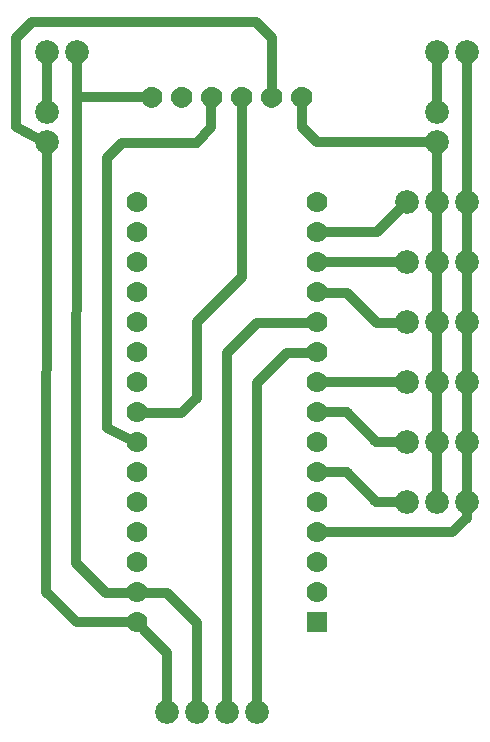
<source format=gbl>
G04 MADE WITH FRITZING*
G04 WWW.FRITZING.ORG*
G04 DOUBLE SIDED*
G04 HOLES PLATED*
G04 CONTOUR ON CENTER OF CONTOUR VECTOR*
%ASAXBY*%
%FSLAX23Y23*%
%MOIN*%
%OFA0B0*%
%SFA1.0B1.0*%
%ADD10C,0.079370*%
%ADD11C,0.070000*%
%ADD12R,0.069972X0.070000*%
%ADD13C,0.032000*%
%ADD14R,0.001000X0.001000*%
%LNCOPPER0*%
G90*
G70*
G54D10*
X613Y195D03*
X713Y195D03*
X813Y195D03*
X913Y195D03*
G54D11*
X1113Y495D03*
X1113Y595D03*
X1113Y695D03*
X1113Y795D03*
X1113Y895D03*
X1113Y995D03*
X1113Y1095D03*
X1113Y1195D03*
X1113Y1295D03*
X1113Y1395D03*
X1113Y1495D03*
X1113Y1595D03*
X1113Y1695D03*
X1113Y1795D03*
X1113Y1895D03*
X513Y495D03*
X513Y595D03*
X513Y695D03*
X513Y795D03*
X513Y895D03*
X513Y995D03*
X513Y1095D03*
X513Y1195D03*
X513Y1295D03*
X513Y1395D03*
X513Y1495D03*
X513Y1595D03*
X513Y1695D03*
X513Y1795D03*
X513Y1895D03*
G54D10*
X1513Y2395D03*
X1613Y2395D03*
X1513Y2095D03*
X1513Y2195D03*
X213Y2095D03*
X213Y2195D03*
X1413Y895D03*
X1513Y895D03*
X1613Y895D03*
X1413Y1095D03*
X1513Y1095D03*
X1613Y1095D03*
X1413Y1295D03*
X1513Y1295D03*
X1613Y1295D03*
X1413Y1495D03*
X1513Y1495D03*
X1613Y1495D03*
X1413Y1695D03*
X1513Y1695D03*
X1613Y1695D03*
X1413Y1895D03*
X1513Y1895D03*
X1613Y1895D03*
G54D11*
X563Y2245D03*
X663Y2245D03*
X763Y2245D03*
X863Y2245D03*
X963Y2245D03*
X1063Y2245D03*
G54D10*
X213Y2395D03*
X313Y2395D03*
G54D12*
X1113Y495D03*
G54D13*
X912Y2496D02*
X163Y2496D01*
D02*
X163Y2496D02*
X112Y2444D01*
D02*
X112Y2444D02*
X112Y2145D01*
D02*
X112Y2145D02*
X180Y2111D01*
D02*
X963Y2444D02*
X912Y2496D01*
D02*
X963Y2276D02*
X963Y2444D01*
D02*
X1513Y2231D02*
X1513Y2358D01*
D02*
X1513Y1931D02*
X1513Y2058D01*
D02*
X1613Y1931D02*
X1613Y2358D01*
D02*
X1613Y844D02*
X1564Y796D01*
D02*
X1564Y796D02*
X1147Y795D01*
D02*
X1613Y858D02*
X1613Y844D01*
D02*
X613Y394D02*
X537Y470D01*
D02*
X613Y231D02*
X613Y394D01*
D02*
X613Y594D02*
X713Y494D01*
D02*
X713Y494D02*
X713Y231D01*
D02*
X547Y594D02*
X613Y594D01*
D02*
X813Y1394D02*
X914Y1494D01*
D02*
X914Y1494D02*
X1078Y1494D01*
D02*
X813Y231D02*
X813Y1394D01*
D02*
X914Y1294D02*
X1014Y1394D01*
D02*
X1014Y1394D02*
X1078Y1394D01*
D02*
X913Y231D02*
X914Y1294D01*
D02*
X1213Y995D02*
X1147Y995D01*
D02*
X1312Y895D02*
X1213Y995D01*
D02*
X1376Y895D02*
X1312Y895D01*
D02*
X1213Y1196D02*
X1147Y1195D01*
D02*
X1312Y1095D02*
X1213Y1196D01*
D02*
X1376Y1095D02*
X1312Y1095D01*
D02*
X1376Y1295D02*
X1147Y1295D01*
D02*
X1313Y1494D02*
X1213Y1594D01*
D02*
X1213Y1594D02*
X1147Y1594D01*
D02*
X1376Y1494D02*
X1313Y1494D01*
D02*
X1376Y1695D02*
X1147Y1695D01*
D02*
X1313Y1795D02*
X1147Y1795D01*
D02*
X1387Y1869D02*
X1313Y1795D01*
D02*
X1513Y1058D02*
X1513Y931D01*
D02*
X1513Y1258D02*
X1513Y1131D01*
D02*
X1613Y1731D02*
X1613Y1858D01*
D02*
X1613Y1531D02*
X1613Y1658D01*
D02*
X1613Y1331D02*
X1613Y1458D01*
D02*
X1613Y1131D02*
X1613Y1258D01*
D02*
X1613Y931D02*
X1613Y1058D01*
D02*
X1513Y1531D02*
X1513Y1658D01*
D02*
X1513Y1331D02*
X1513Y1458D01*
D02*
X1513Y1731D02*
X1513Y1858D01*
D02*
X213Y2358D02*
X213Y2231D01*
D02*
X313Y496D02*
X211Y595D01*
D02*
X211Y595D02*
X213Y2058D01*
D02*
X478Y495D02*
X313Y496D01*
D02*
X412Y593D02*
X312Y694D01*
D02*
X312Y694D02*
X313Y2358D01*
D02*
X478Y594D02*
X412Y593D01*
D02*
X313Y2358D02*
X313Y2245D01*
D02*
X313Y2245D02*
X531Y2245D01*
D02*
X661Y1193D02*
X547Y1194D01*
D02*
X713Y1243D02*
X661Y1193D01*
D02*
X863Y2213D02*
X863Y1646D01*
D02*
X713Y1495D02*
X713Y1243D01*
D02*
X863Y1646D02*
X713Y1495D01*
D02*
X414Y2044D02*
X414Y1144D01*
D02*
X463Y2093D02*
X414Y2044D01*
D02*
X713Y2093D02*
X463Y2093D01*
D02*
X762Y2213D02*
X762Y2145D01*
D02*
X414Y1144D02*
X482Y1110D01*
D02*
X762Y2145D02*
X713Y2093D01*
D02*
X1113Y2095D02*
X1063Y2145D01*
D02*
X1063Y2145D02*
X1063Y2213D01*
D02*
X1476Y2095D02*
X1113Y2095D01*
G54D14*
X555Y2279D02*
X569Y2279D01*
X655Y2279D02*
X669Y2279D01*
X755Y2279D02*
X769Y2279D01*
X855Y2279D02*
X869Y2279D01*
X955Y2279D02*
X969Y2279D01*
X1055Y2279D02*
X1069Y2279D01*
X552Y2278D02*
X572Y2278D01*
X652Y2278D02*
X672Y2278D01*
X752Y2278D02*
X772Y2278D01*
X852Y2278D02*
X872Y2278D01*
X952Y2278D02*
X972Y2278D01*
X1052Y2278D02*
X1072Y2278D01*
X549Y2277D02*
X575Y2277D01*
X649Y2277D02*
X675Y2277D01*
X749Y2277D02*
X775Y2277D01*
X849Y2277D02*
X875Y2277D01*
X949Y2277D02*
X975Y2277D01*
X1049Y2277D02*
X1075Y2277D01*
X547Y2276D02*
X577Y2276D01*
X647Y2276D02*
X677Y2276D01*
X747Y2276D02*
X777Y2276D01*
X847Y2276D02*
X877Y2276D01*
X947Y2276D02*
X977Y2276D01*
X1047Y2276D02*
X1077Y2276D01*
X546Y2275D02*
X578Y2275D01*
X646Y2275D02*
X678Y2275D01*
X746Y2275D02*
X778Y2275D01*
X846Y2275D02*
X878Y2275D01*
X946Y2275D02*
X978Y2275D01*
X1046Y2275D02*
X1078Y2275D01*
X544Y2274D02*
X580Y2274D01*
X644Y2274D02*
X680Y2274D01*
X744Y2274D02*
X780Y2274D01*
X844Y2274D02*
X880Y2274D01*
X944Y2274D02*
X980Y2274D01*
X1044Y2274D02*
X1080Y2274D01*
X543Y2273D02*
X581Y2273D01*
X643Y2273D02*
X681Y2273D01*
X743Y2273D02*
X781Y2273D01*
X843Y2273D02*
X881Y2273D01*
X943Y2273D02*
X981Y2273D01*
X1043Y2273D02*
X1081Y2273D01*
X541Y2272D02*
X583Y2272D01*
X641Y2272D02*
X683Y2272D01*
X741Y2272D02*
X783Y2272D01*
X841Y2272D02*
X883Y2272D01*
X941Y2272D02*
X983Y2272D01*
X1041Y2272D02*
X1083Y2272D01*
X540Y2271D02*
X584Y2271D01*
X640Y2271D02*
X684Y2271D01*
X740Y2271D02*
X784Y2271D01*
X840Y2271D02*
X884Y2271D01*
X940Y2271D02*
X984Y2271D01*
X1040Y2271D02*
X1084Y2271D01*
X539Y2270D02*
X585Y2270D01*
X639Y2270D02*
X685Y2270D01*
X739Y2270D02*
X785Y2270D01*
X839Y2270D02*
X885Y2270D01*
X939Y2270D02*
X985Y2270D01*
X1039Y2270D02*
X1085Y2270D01*
X538Y2269D02*
X586Y2269D01*
X638Y2269D02*
X686Y2269D01*
X738Y2269D02*
X786Y2269D01*
X838Y2269D02*
X886Y2269D01*
X938Y2269D02*
X986Y2269D01*
X1038Y2269D02*
X1086Y2269D01*
X537Y2268D02*
X587Y2268D01*
X637Y2268D02*
X687Y2268D01*
X737Y2268D02*
X787Y2268D01*
X837Y2268D02*
X887Y2268D01*
X937Y2268D02*
X987Y2268D01*
X1037Y2268D02*
X1087Y2268D01*
X536Y2267D02*
X588Y2267D01*
X636Y2267D02*
X688Y2267D01*
X736Y2267D02*
X788Y2267D01*
X836Y2267D02*
X888Y2267D01*
X936Y2267D02*
X988Y2267D01*
X1036Y2267D02*
X1088Y2267D01*
X535Y2266D02*
X589Y2266D01*
X635Y2266D02*
X689Y2266D01*
X735Y2266D02*
X789Y2266D01*
X835Y2266D02*
X889Y2266D01*
X935Y2266D02*
X989Y2266D01*
X1035Y2266D02*
X1089Y2266D01*
X535Y2265D02*
X589Y2265D01*
X635Y2265D02*
X689Y2265D01*
X735Y2265D02*
X789Y2265D01*
X835Y2265D02*
X889Y2265D01*
X935Y2265D02*
X989Y2265D01*
X1035Y2265D02*
X1089Y2265D01*
X534Y2264D02*
X590Y2264D01*
X634Y2264D02*
X690Y2264D01*
X734Y2264D02*
X790Y2264D01*
X834Y2264D02*
X890Y2264D01*
X934Y2264D02*
X990Y2264D01*
X1034Y2264D02*
X1090Y2264D01*
X533Y2263D02*
X591Y2263D01*
X633Y2263D02*
X691Y2263D01*
X733Y2263D02*
X791Y2263D01*
X833Y2263D02*
X891Y2263D01*
X933Y2263D02*
X991Y2263D01*
X1033Y2263D02*
X1091Y2263D01*
X533Y2262D02*
X591Y2262D01*
X633Y2262D02*
X691Y2262D01*
X733Y2262D02*
X791Y2262D01*
X833Y2262D02*
X891Y2262D01*
X933Y2262D02*
X991Y2262D01*
X1033Y2262D02*
X1091Y2262D01*
X532Y2261D02*
X592Y2261D01*
X632Y2261D02*
X692Y2261D01*
X732Y2261D02*
X792Y2261D01*
X832Y2261D02*
X892Y2261D01*
X932Y2261D02*
X992Y2261D01*
X1032Y2261D02*
X1092Y2261D01*
X531Y2260D02*
X593Y2260D01*
X631Y2260D02*
X693Y2260D01*
X731Y2260D02*
X793Y2260D01*
X831Y2260D02*
X893Y2260D01*
X931Y2260D02*
X993Y2260D01*
X1031Y2260D02*
X1093Y2260D01*
X531Y2259D02*
X555Y2259D01*
X569Y2259D02*
X593Y2259D01*
X631Y2259D02*
X655Y2259D01*
X669Y2259D02*
X693Y2259D01*
X731Y2259D02*
X755Y2259D01*
X769Y2259D02*
X793Y2259D01*
X831Y2259D02*
X855Y2259D01*
X869Y2259D02*
X893Y2259D01*
X931Y2259D02*
X955Y2259D01*
X969Y2259D02*
X993Y2259D01*
X1031Y2259D02*
X1055Y2259D01*
X1069Y2259D02*
X1093Y2259D01*
X531Y2258D02*
X553Y2258D01*
X571Y2258D02*
X594Y2258D01*
X631Y2258D02*
X653Y2258D01*
X671Y2258D02*
X694Y2258D01*
X730Y2258D02*
X753Y2258D01*
X771Y2258D02*
X794Y2258D01*
X830Y2258D02*
X853Y2258D01*
X871Y2258D02*
X894Y2258D01*
X930Y2258D02*
X953Y2258D01*
X971Y2258D02*
X994Y2258D01*
X1030Y2258D02*
X1053Y2258D01*
X1071Y2258D02*
X1094Y2258D01*
X530Y2257D02*
X551Y2257D01*
X573Y2257D02*
X594Y2257D01*
X630Y2257D02*
X651Y2257D01*
X673Y2257D02*
X694Y2257D01*
X730Y2257D02*
X751Y2257D01*
X773Y2257D02*
X794Y2257D01*
X830Y2257D02*
X851Y2257D01*
X873Y2257D02*
X894Y2257D01*
X930Y2257D02*
X951Y2257D01*
X973Y2257D02*
X994Y2257D01*
X1030Y2257D02*
X1051Y2257D01*
X1073Y2257D02*
X1094Y2257D01*
X530Y2256D02*
X550Y2256D01*
X574Y2256D02*
X594Y2256D01*
X630Y2256D02*
X650Y2256D01*
X674Y2256D02*
X694Y2256D01*
X730Y2256D02*
X750Y2256D01*
X774Y2256D02*
X794Y2256D01*
X830Y2256D02*
X850Y2256D01*
X874Y2256D02*
X894Y2256D01*
X930Y2256D02*
X950Y2256D01*
X974Y2256D02*
X994Y2256D01*
X1030Y2256D02*
X1050Y2256D01*
X1074Y2256D02*
X1094Y2256D01*
X529Y2255D02*
X549Y2255D01*
X575Y2255D02*
X595Y2255D01*
X629Y2255D02*
X649Y2255D01*
X675Y2255D02*
X695Y2255D01*
X729Y2255D02*
X749Y2255D01*
X775Y2255D02*
X795Y2255D01*
X829Y2255D02*
X849Y2255D01*
X875Y2255D02*
X895Y2255D01*
X929Y2255D02*
X949Y2255D01*
X975Y2255D02*
X995Y2255D01*
X1029Y2255D02*
X1049Y2255D01*
X1075Y2255D02*
X1095Y2255D01*
X529Y2254D02*
X549Y2254D01*
X575Y2254D02*
X595Y2254D01*
X629Y2254D02*
X649Y2254D01*
X675Y2254D02*
X695Y2254D01*
X729Y2254D02*
X749Y2254D01*
X775Y2254D02*
X795Y2254D01*
X829Y2254D02*
X849Y2254D01*
X875Y2254D02*
X895Y2254D01*
X929Y2254D02*
X949Y2254D01*
X975Y2254D02*
X995Y2254D01*
X1029Y2254D02*
X1049Y2254D01*
X1075Y2254D02*
X1095Y2254D01*
X529Y2253D02*
X548Y2253D01*
X576Y2253D02*
X595Y2253D01*
X629Y2253D02*
X648Y2253D01*
X676Y2253D02*
X695Y2253D01*
X729Y2253D02*
X748Y2253D01*
X776Y2253D02*
X795Y2253D01*
X829Y2253D02*
X848Y2253D01*
X876Y2253D02*
X895Y2253D01*
X929Y2253D02*
X948Y2253D01*
X976Y2253D02*
X995Y2253D01*
X1029Y2253D02*
X1048Y2253D01*
X1076Y2253D02*
X1095Y2253D01*
X528Y2252D02*
X548Y2252D01*
X576Y2252D02*
X596Y2252D01*
X628Y2252D02*
X648Y2252D01*
X676Y2252D02*
X696Y2252D01*
X728Y2252D02*
X748Y2252D01*
X776Y2252D02*
X796Y2252D01*
X828Y2252D02*
X848Y2252D01*
X876Y2252D02*
X896Y2252D01*
X928Y2252D02*
X948Y2252D01*
X976Y2252D02*
X996Y2252D01*
X1028Y2252D02*
X1048Y2252D01*
X1076Y2252D02*
X1096Y2252D01*
X528Y2251D02*
X547Y2251D01*
X577Y2251D02*
X596Y2251D01*
X628Y2251D02*
X647Y2251D01*
X677Y2251D02*
X696Y2251D01*
X728Y2251D02*
X747Y2251D01*
X777Y2251D02*
X796Y2251D01*
X828Y2251D02*
X847Y2251D01*
X877Y2251D02*
X896Y2251D01*
X928Y2251D02*
X947Y2251D01*
X977Y2251D02*
X996Y2251D01*
X1028Y2251D02*
X1047Y2251D01*
X1077Y2251D02*
X1096Y2251D01*
X528Y2250D02*
X547Y2250D01*
X577Y2250D02*
X596Y2250D01*
X628Y2250D02*
X647Y2250D01*
X677Y2250D02*
X696Y2250D01*
X728Y2250D02*
X747Y2250D01*
X777Y2250D02*
X796Y2250D01*
X828Y2250D02*
X847Y2250D01*
X877Y2250D02*
X896Y2250D01*
X928Y2250D02*
X947Y2250D01*
X977Y2250D02*
X996Y2250D01*
X1028Y2250D02*
X1047Y2250D01*
X1077Y2250D02*
X1096Y2250D01*
X528Y2249D02*
X547Y2249D01*
X577Y2249D02*
X596Y2249D01*
X628Y2249D02*
X647Y2249D01*
X677Y2249D02*
X696Y2249D01*
X728Y2249D02*
X747Y2249D01*
X777Y2249D02*
X796Y2249D01*
X828Y2249D02*
X847Y2249D01*
X877Y2249D02*
X896Y2249D01*
X928Y2249D02*
X947Y2249D01*
X977Y2249D02*
X996Y2249D01*
X1028Y2249D02*
X1047Y2249D01*
X1077Y2249D02*
X1096Y2249D01*
X528Y2248D02*
X547Y2248D01*
X577Y2248D02*
X596Y2248D01*
X628Y2248D02*
X647Y2248D01*
X677Y2248D02*
X696Y2248D01*
X728Y2248D02*
X747Y2248D01*
X777Y2248D02*
X796Y2248D01*
X828Y2248D02*
X847Y2248D01*
X877Y2248D02*
X896Y2248D01*
X928Y2248D02*
X947Y2248D01*
X977Y2248D02*
X996Y2248D01*
X1028Y2248D02*
X1047Y2248D01*
X1077Y2248D02*
X1096Y2248D01*
X528Y2247D02*
X547Y2247D01*
X577Y2247D02*
X596Y2247D01*
X628Y2247D02*
X647Y2247D01*
X677Y2247D02*
X696Y2247D01*
X728Y2247D02*
X747Y2247D01*
X777Y2247D02*
X796Y2247D01*
X828Y2247D02*
X847Y2247D01*
X877Y2247D02*
X896Y2247D01*
X928Y2247D02*
X947Y2247D01*
X977Y2247D02*
X996Y2247D01*
X1028Y2247D02*
X1047Y2247D01*
X1077Y2247D02*
X1096Y2247D01*
X528Y2246D02*
X547Y2246D01*
X578Y2246D02*
X597Y2246D01*
X628Y2246D02*
X647Y2246D01*
X678Y2246D02*
X697Y2246D01*
X728Y2246D02*
X747Y2246D01*
X778Y2246D02*
X797Y2246D01*
X828Y2246D02*
X847Y2246D01*
X878Y2246D02*
X896Y2246D01*
X928Y2246D02*
X947Y2246D01*
X977Y2246D02*
X996Y2246D01*
X1028Y2246D02*
X1047Y2246D01*
X1077Y2246D02*
X1097Y2246D01*
X528Y2245D02*
X547Y2245D01*
X578Y2245D02*
X597Y2245D01*
X628Y2245D02*
X647Y2245D01*
X678Y2245D02*
X697Y2245D01*
X728Y2245D02*
X747Y2245D01*
X778Y2245D02*
X797Y2245D01*
X828Y2245D02*
X847Y2245D01*
X878Y2245D02*
X897Y2245D01*
X928Y2245D02*
X947Y2245D01*
X978Y2245D02*
X997Y2245D01*
X1028Y2245D02*
X1047Y2245D01*
X1078Y2245D02*
X1097Y2245D01*
X528Y2244D02*
X547Y2244D01*
X578Y2244D02*
X597Y2244D01*
X628Y2244D02*
X647Y2244D01*
X678Y2244D02*
X697Y2244D01*
X728Y2244D02*
X747Y2244D01*
X778Y2244D02*
X797Y2244D01*
X828Y2244D02*
X847Y2244D01*
X878Y2244D02*
X897Y2244D01*
X928Y2244D02*
X947Y2244D01*
X978Y2244D02*
X997Y2244D01*
X1028Y2244D02*
X1047Y2244D01*
X1078Y2244D02*
X1097Y2244D01*
X528Y2243D02*
X547Y2243D01*
X577Y2243D02*
X596Y2243D01*
X628Y2243D02*
X647Y2243D01*
X677Y2243D02*
X696Y2243D01*
X728Y2243D02*
X747Y2243D01*
X777Y2243D02*
X796Y2243D01*
X828Y2243D02*
X847Y2243D01*
X877Y2243D02*
X896Y2243D01*
X928Y2243D02*
X947Y2243D01*
X977Y2243D02*
X996Y2243D01*
X1028Y2243D02*
X1047Y2243D01*
X1077Y2243D02*
X1096Y2243D01*
X528Y2242D02*
X547Y2242D01*
X577Y2242D02*
X596Y2242D01*
X628Y2242D02*
X647Y2242D01*
X677Y2242D02*
X696Y2242D01*
X728Y2242D02*
X747Y2242D01*
X777Y2242D02*
X796Y2242D01*
X828Y2242D02*
X847Y2242D01*
X877Y2242D02*
X896Y2242D01*
X928Y2242D02*
X947Y2242D01*
X977Y2242D02*
X996Y2242D01*
X1028Y2242D02*
X1047Y2242D01*
X1077Y2242D02*
X1096Y2242D01*
X528Y2241D02*
X547Y2241D01*
X577Y2241D02*
X596Y2241D01*
X628Y2241D02*
X647Y2241D01*
X677Y2241D02*
X696Y2241D01*
X728Y2241D02*
X747Y2241D01*
X777Y2241D02*
X796Y2241D01*
X828Y2241D02*
X847Y2241D01*
X877Y2241D02*
X896Y2241D01*
X928Y2241D02*
X947Y2241D01*
X977Y2241D02*
X996Y2241D01*
X1028Y2241D02*
X1047Y2241D01*
X1077Y2241D02*
X1096Y2241D01*
X528Y2240D02*
X547Y2240D01*
X577Y2240D02*
X596Y2240D01*
X628Y2240D02*
X647Y2240D01*
X677Y2240D02*
X696Y2240D01*
X728Y2240D02*
X747Y2240D01*
X777Y2240D02*
X796Y2240D01*
X828Y2240D02*
X847Y2240D01*
X877Y2240D02*
X896Y2240D01*
X928Y2240D02*
X947Y2240D01*
X977Y2240D02*
X996Y2240D01*
X1028Y2240D02*
X1047Y2240D01*
X1077Y2240D02*
X1096Y2240D01*
X528Y2239D02*
X547Y2239D01*
X577Y2239D02*
X596Y2239D01*
X628Y2239D02*
X647Y2239D01*
X677Y2239D02*
X696Y2239D01*
X728Y2239D02*
X747Y2239D01*
X777Y2239D02*
X796Y2239D01*
X828Y2239D02*
X847Y2239D01*
X877Y2239D02*
X896Y2239D01*
X928Y2239D02*
X947Y2239D01*
X977Y2239D02*
X996Y2239D01*
X1028Y2239D02*
X1047Y2239D01*
X1077Y2239D02*
X1096Y2239D01*
X528Y2238D02*
X548Y2238D01*
X576Y2238D02*
X596Y2238D01*
X628Y2238D02*
X648Y2238D01*
X676Y2238D02*
X696Y2238D01*
X728Y2238D02*
X748Y2238D01*
X776Y2238D02*
X796Y2238D01*
X828Y2238D02*
X848Y2238D01*
X876Y2238D02*
X896Y2238D01*
X928Y2238D02*
X948Y2238D01*
X976Y2238D02*
X996Y2238D01*
X1028Y2238D02*
X1048Y2238D01*
X1076Y2238D02*
X1096Y2238D01*
X529Y2237D02*
X548Y2237D01*
X576Y2237D02*
X595Y2237D01*
X629Y2237D02*
X648Y2237D01*
X676Y2237D02*
X695Y2237D01*
X729Y2237D02*
X748Y2237D01*
X776Y2237D02*
X795Y2237D01*
X829Y2237D02*
X848Y2237D01*
X876Y2237D02*
X895Y2237D01*
X929Y2237D02*
X948Y2237D01*
X976Y2237D02*
X995Y2237D01*
X1029Y2237D02*
X1048Y2237D01*
X1076Y2237D02*
X1095Y2237D01*
X529Y2236D02*
X549Y2236D01*
X575Y2236D02*
X595Y2236D01*
X629Y2236D02*
X649Y2236D01*
X675Y2236D02*
X695Y2236D01*
X729Y2236D02*
X749Y2236D01*
X775Y2236D02*
X795Y2236D01*
X829Y2236D02*
X849Y2236D01*
X875Y2236D02*
X895Y2236D01*
X929Y2236D02*
X949Y2236D01*
X975Y2236D02*
X995Y2236D01*
X1029Y2236D02*
X1049Y2236D01*
X1075Y2236D02*
X1095Y2236D01*
X529Y2235D02*
X549Y2235D01*
X575Y2235D02*
X595Y2235D01*
X629Y2235D02*
X649Y2235D01*
X675Y2235D02*
X695Y2235D01*
X729Y2235D02*
X749Y2235D01*
X775Y2235D02*
X795Y2235D01*
X829Y2235D02*
X849Y2235D01*
X875Y2235D02*
X895Y2235D01*
X929Y2235D02*
X949Y2235D01*
X975Y2235D02*
X995Y2235D01*
X1029Y2235D02*
X1049Y2235D01*
X1075Y2235D02*
X1095Y2235D01*
X530Y2234D02*
X550Y2234D01*
X574Y2234D02*
X594Y2234D01*
X630Y2234D02*
X650Y2234D01*
X674Y2234D02*
X694Y2234D01*
X730Y2234D02*
X750Y2234D01*
X774Y2234D02*
X794Y2234D01*
X830Y2234D02*
X850Y2234D01*
X874Y2234D02*
X894Y2234D01*
X930Y2234D02*
X950Y2234D01*
X974Y2234D02*
X994Y2234D01*
X1030Y2234D02*
X1050Y2234D01*
X1074Y2234D02*
X1094Y2234D01*
X530Y2233D02*
X551Y2233D01*
X573Y2233D02*
X594Y2233D01*
X630Y2233D02*
X651Y2233D01*
X673Y2233D02*
X694Y2233D01*
X730Y2233D02*
X751Y2233D01*
X773Y2233D02*
X794Y2233D01*
X830Y2233D02*
X851Y2233D01*
X873Y2233D02*
X894Y2233D01*
X930Y2233D02*
X951Y2233D01*
X973Y2233D02*
X994Y2233D01*
X1030Y2233D02*
X1051Y2233D01*
X1073Y2233D02*
X1094Y2233D01*
X530Y2232D02*
X553Y2232D01*
X571Y2232D02*
X594Y2232D01*
X630Y2232D02*
X653Y2232D01*
X671Y2232D02*
X694Y2232D01*
X730Y2232D02*
X753Y2232D01*
X771Y2232D02*
X794Y2232D01*
X830Y2232D02*
X853Y2232D01*
X871Y2232D02*
X894Y2232D01*
X930Y2232D02*
X953Y2232D01*
X971Y2232D02*
X994Y2232D01*
X1030Y2232D02*
X1053Y2232D01*
X1071Y2232D02*
X1094Y2232D01*
X531Y2231D02*
X555Y2231D01*
X569Y2231D02*
X593Y2231D01*
X631Y2231D02*
X655Y2231D01*
X669Y2231D02*
X693Y2231D01*
X731Y2231D02*
X755Y2231D01*
X769Y2231D02*
X793Y2231D01*
X831Y2231D02*
X855Y2231D01*
X869Y2231D02*
X893Y2231D01*
X931Y2231D02*
X955Y2231D01*
X969Y2231D02*
X993Y2231D01*
X1031Y2231D02*
X1055Y2231D01*
X1069Y2231D02*
X1093Y2231D01*
X531Y2230D02*
X560Y2230D01*
X564Y2230D02*
X593Y2230D01*
X631Y2230D02*
X660Y2230D01*
X664Y2230D02*
X693Y2230D01*
X731Y2230D02*
X760Y2230D01*
X764Y2230D02*
X793Y2230D01*
X831Y2230D02*
X860Y2230D01*
X864Y2230D02*
X893Y2230D01*
X931Y2230D02*
X960Y2230D01*
X964Y2230D02*
X993Y2230D01*
X1031Y2230D02*
X1060Y2230D01*
X1064Y2230D02*
X1093Y2230D01*
X532Y2229D02*
X592Y2229D01*
X632Y2229D02*
X692Y2229D01*
X732Y2229D02*
X792Y2229D01*
X832Y2229D02*
X892Y2229D01*
X932Y2229D02*
X992Y2229D01*
X1032Y2229D02*
X1092Y2229D01*
X533Y2228D02*
X592Y2228D01*
X633Y2228D02*
X692Y2228D01*
X733Y2228D02*
X792Y2228D01*
X833Y2228D02*
X891Y2228D01*
X933Y2228D02*
X991Y2228D01*
X1033Y2228D02*
X1091Y2228D01*
X533Y2227D02*
X591Y2227D01*
X633Y2227D02*
X691Y2227D01*
X733Y2227D02*
X791Y2227D01*
X833Y2227D02*
X891Y2227D01*
X933Y2227D02*
X991Y2227D01*
X1033Y2227D02*
X1091Y2227D01*
X534Y2226D02*
X590Y2226D01*
X634Y2226D02*
X690Y2226D01*
X734Y2226D02*
X790Y2226D01*
X834Y2226D02*
X890Y2226D01*
X934Y2226D02*
X990Y2226D01*
X1034Y2226D02*
X1090Y2226D01*
X535Y2225D02*
X589Y2225D01*
X635Y2225D02*
X689Y2225D01*
X735Y2225D02*
X789Y2225D01*
X835Y2225D02*
X889Y2225D01*
X935Y2225D02*
X989Y2225D01*
X1035Y2225D02*
X1089Y2225D01*
X535Y2224D02*
X589Y2224D01*
X635Y2224D02*
X689Y2224D01*
X735Y2224D02*
X789Y2224D01*
X835Y2224D02*
X889Y2224D01*
X935Y2224D02*
X989Y2224D01*
X1035Y2224D02*
X1089Y2224D01*
X536Y2223D02*
X588Y2223D01*
X636Y2223D02*
X688Y2223D01*
X736Y2223D02*
X788Y2223D01*
X836Y2223D02*
X888Y2223D01*
X936Y2223D02*
X988Y2223D01*
X1036Y2223D02*
X1088Y2223D01*
X537Y2222D02*
X587Y2222D01*
X637Y2222D02*
X687Y2222D01*
X737Y2222D02*
X787Y2222D01*
X837Y2222D02*
X887Y2222D01*
X937Y2222D02*
X987Y2222D01*
X1037Y2222D02*
X1087Y2222D01*
X538Y2221D02*
X586Y2221D01*
X638Y2221D02*
X686Y2221D01*
X738Y2221D02*
X786Y2221D01*
X838Y2221D02*
X886Y2221D01*
X938Y2221D02*
X986Y2221D01*
X1038Y2221D02*
X1086Y2221D01*
X539Y2220D02*
X585Y2220D01*
X639Y2220D02*
X685Y2220D01*
X739Y2220D02*
X785Y2220D01*
X839Y2220D02*
X885Y2220D01*
X939Y2220D02*
X985Y2220D01*
X1039Y2220D02*
X1085Y2220D01*
X540Y2219D02*
X584Y2219D01*
X640Y2219D02*
X684Y2219D01*
X740Y2219D02*
X784Y2219D01*
X840Y2219D02*
X884Y2219D01*
X940Y2219D02*
X984Y2219D01*
X1040Y2219D02*
X1084Y2219D01*
X541Y2218D02*
X583Y2218D01*
X641Y2218D02*
X683Y2218D01*
X741Y2218D02*
X783Y2218D01*
X841Y2218D02*
X883Y2218D01*
X941Y2218D02*
X983Y2218D01*
X1041Y2218D02*
X1083Y2218D01*
X543Y2217D02*
X581Y2217D01*
X643Y2217D02*
X681Y2217D01*
X743Y2217D02*
X781Y2217D01*
X843Y2217D02*
X881Y2217D01*
X943Y2217D02*
X981Y2217D01*
X1043Y2217D02*
X1081Y2217D01*
X544Y2216D02*
X580Y2216D01*
X644Y2216D02*
X680Y2216D01*
X744Y2216D02*
X780Y2216D01*
X844Y2216D02*
X880Y2216D01*
X944Y2216D02*
X980Y2216D01*
X1044Y2216D02*
X1080Y2216D01*
X546Y2215D02*
X579Y2215D01*
X646Y2215D02*
X679Y2215D01*
X746Y2215D02*
X779Y2215D01*
X846Y2215D02*
X878Y2215D01*
X946Y2215D02*
X978Y2215D01*
X1046Y2215D02*
X1078Y2215D01*
X547Y2214D02*
X577Y2214D01*
X647Y2214D02*
X677Y2214D01*
X747Y2214D02*
X777Y2214D01*
X847Y2214D02*
X877Y2214D01*
X947Y2214D02*
X977Y2214D01*
X1047Y2214D02*
X1077Y2214D01*
X549Y2213D02*
X575Y2213D01*
X649Y2213D02*
X675Y2213D01*
X749Y2213D02*
X775Y2213D01*
X849Y2213D02*
X875Y2213D01*
X949Y2213D02*
X975Y2213D01*
X1049Y2213D02*
X1075Y2213D01*
X552Y2212D02*
X572Y2212D01*
X652Y2212D02*
X672Y2212D01*
X752Y2212D02*
X772Y2212D01*
X852Y2212D02*
X872Y2212D01*
X952Y2212D02*
X972Y2212D01*
X1052Y2212D02*
X1072Y2212D01*
X555Y2211D02*
X569Y2211D01*
X655Y2211D02*
X669Y2211D01*
X755Y2211D02*
X769Y2211D01*
X855Y2211D02*
X869Y2211D01*
X955Y2211D02*
X969Y2211D01*
X1055Y2211D02*
X1069Y2211D01*
X561Y2210D02*
X563Y2210D01*
X661Y2210D02*
X663Y2210D01*
X761Y2210D02*
X763Y2210D01*
X861Y2210D02*
X863Y2210D01*
X961Y2210D02*
X963Y2210D01*
X1061Y2210D02*
X1063Y2210D01*
D02*
G04 End of Copper0*
M02*
</source>
